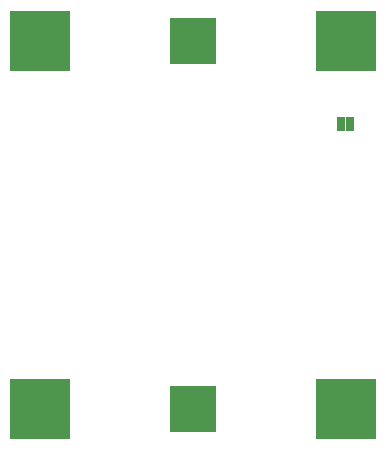
<source format=gbp>
G04*
G04 #@! TF.GenerationSoftware,Altium Limited,Altium Designer,23.9.2 (47)*
G04*
G04 Layer_Color=128*
%FSLAX44Y44*%
%MOMM*%
G71*
G04*
G04 #@! TF.SameCoordinates,59006CB8-04EA-46C6-BC13-78CBB85C9A35*
G04*
G04*
G04 #@! TF.FilePolarity,Positive*
G04*
G01*
G75*
%ADD38R,4.0000X4.0000*%
%ADD39R,5.2000X5.2000*%
%ADD40R,0.6350X1.2700*%
D38*
X158750Y101600D02*
D03*
X158750Y412750D02*
D03*
D39*
X29250Y101600D02*
D03*
X288250D02*
D03*
X29250Y412750D02*
D03*
X288250D02*
D03*
D40*
X292100Y342900D02*
D03*
X283972D02*
D03*
M02*

</source>
